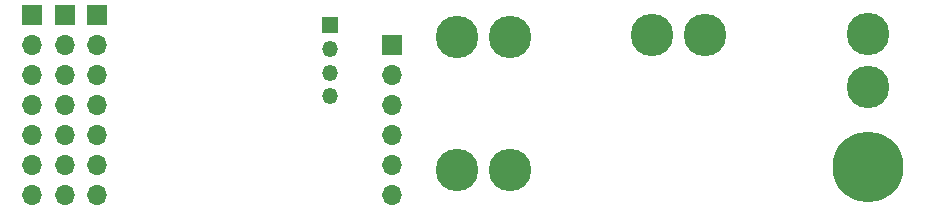
<source format=gbr>
%TF.GenerationSoftware,KiCad,Pcbnew,(6.0.7)*%
%TF.CreationDate,2023-08-08T19:22:38-05:00*%
%TF.ProjectId,PowerDistrubutionBoard,506f7765-7244-4697-9374-727562757469,rev?*%
%TF.SameCoordinates,Original*%
%TF.FileFunction,Soldermask,Top*%
%TF.FilePolarity,Negative*%
%FSLAX46Y46*%
G04 Gerber Fmt 4.6, Leading zero omitted, Abs format (unit mm)*
G04 Created by KiCad (PCBNEW (6.0.7)) date 2023-08-08 19:22:38*
%MOMM*%
%LPD*%
G01*
G04 APERTURE LIST*
%ADD10C,3.600000*%
%ADD11C,6.000000*%
%ADD12R,1.700000X1.700000*%
%ADD13O,1.700000X1.700000*%
%ADD14R,1.350000X1.350000*%
%ADD15O,1.350000X1.350000*%
G04 APERTURE END LIST*
D10*
%TO.C,S1*%
X171750000Y-99750000D03*
D11*
X171750000Y-99750000D03*
X171750000Y-99750000D03*
%TD*%
D12*
%TO.C,J6*%
X101000000Y-86840000D03*
D13*
X101000000Y-89380000D03*
X101000000Y-91920000D03*
X101000000Y-94460000D03*
X101000000Y-97000000D03*
X101000000Y-99540000D03*
X101000000Y-102080000D03*
%TD*%
D12*
%TO.C,J4*%
X106500000Y-86840000D03*
D13*
X106500000Y-89380000D03*
X106500000Y-91920000D03*
X106500000Y-94460000D03*
X106500000Y-97000000D03*
X106500000Y-99540000D03*
X106500000Y-102080000D03*
%TD*%
D10*
%TO.C,T2*%
X137000000Y-88750000D03*
X141500000Y-88750000D03*
%TD*%
D12*
%TO.C,J2*%
X131500000Y-89400000D03*
D13*
X131500000Y-91940000D03*
X131500000Y-94480000D03*
X131500000Y-97020000D03*
X131500000Y-99560000D03*
X131500000Y-102100000D03*
%TD*%
D10*
%TO.C,T3*%
X171780000Y-93000000D03*
X171780000Y-88500000D03*
%TD*%
D14*
%TO.C,J1*%
X126250000Y-87750000D03*
D15*
X126250000Y-89750000D03*
X126250000Y-91750000D03*
X126250000Y-93750000D03*
%TD*%
D10*
%TO.C,T4*%
X153500000Y-88530000D03*
X158000000Y-88530000D03*
%TD*%
D12*
%TO.C,J5*%
X103750000Y-86840000D03*
D13*
X103750000Y-89380000D03*
X103750000Y-91920000D03*
X103750000Y-94460000D03*
X103750000Y-97000000D03*
X103750000Y-99540000D03*
X103750000Y-102080000D03*
%TD*%
D10*
%TO.C,T1*%
X137000000Y-100000000D03*
X141500000Y-100000000D03*
%TD*%
M02*

</source>
